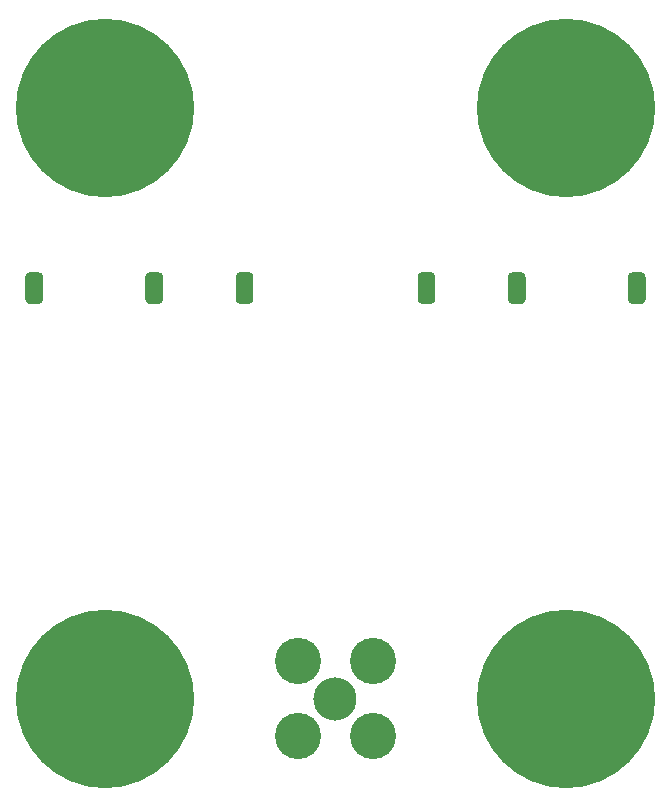
<source format=gbr>
G04 #@! TF.GenerationSoftware,KiCad,Pcbnew,(5.1.8)-1*
G04 #@! TF.CreationDate,2020-12-10T13:26:07-05:00*
G04 #@! TF.ProjectId,dl3000-adapters,646c3330-3030-42d6-9164-617074657273,rev?*
G04 #@! TF.SameCoordinates,Original*
G04 #@! TF.FileFunction,Soldermask,Bot*
G04 #@! TF.FilePolarity,Negative*
%FSLAX46Y46*%
G04 Gerber Fmt 4.6, Leading zero omitted, Abs format (unit mm)*
G04 Created by KiCad (PCBNEW (5.1.8)-1) date 2020-12-10 13:26:07*
%MOMM*%
%LPD*%
G01*
G04 APERTURE LIST*
%ADD10C,3.911600*%
%ADD11C,3.657600*%
%ADD12C,15.101600*%
G04 APERTURE END LIST*
G36*
G01*
X166090800Y-64274600D02*
X166090800Y-66225400D01*
G75*
G02*
X165715400Y-66600800I-375400J0D01*
G01*
X164964600Y-66600800D01*
G75*
G02*
X164589200Y-66225400I0J375400D01*
G01*
X164589200Y-64274600D01*
G75*
G02*
X164964600Y-63899200I375400J0D01*
G01*
X165715400Y-63899200D01*
G75*
G02*
X166090800Y-64274600I0J-375400D01*
G01*
G37*
G36*
G01*
X158450800Y-64274600D02*
X158450800Y-66225400D01*
G75*
G02*
X158075400Y-66600800I-375400J0D01*
G01*
X157324600Y-66600800D01*
G75*
G02*
X156949200Y-66225400I0J375400D01*
G01*
X156949200Y-64274600D01*
G75*
G02*
X157324600Y-63899200I375400J0D01*
G01*
X158075400Y-63899200D01*
G75*
G02*
X158450800Y-64274600I0J-375400D01*
G01*
G37*
G36*
G01*
X176250800Y-64274600D02*
X176250800Y-66225400D01*
G75*
G02*
X175875400Y-66600800I-375400J0D01*
G01*
X175124600Y-66600800D01*
G75*
G02*
X174749200Y-66225400I0J375400D01*
G01*
X174749200Y-64274600D01*
G75*
G02*
X175124600Y-63899200I375400J0D01*
G01*
X175875400Y-63899200D01*
G75*
G02*
X176250800Y-64274600I0J-375400D01*
G01*
G37*
G36*
G01*
X133909200Y-66225400D02*
X133909200Y-64274600D01*
G75*
G02*
X134284600Y-63899200I375400J0D01*
G01*
X135035400Y-63899200D01*
G75*
G02*
X135410800Y-64274600I0J-375400D01*
G01*
X135410800Y-66225400D01*
G75*
G02*
X135035400Y-66600800I-375400J0D01*
G01*
X134284600Y-66600800D01*
G75*
G02*
X133909200Y-66225400I0J375400D01*
G01*
G37*
G36*
G01*
X141549200Y-66225400D02*
X141549200Y-64274600D01*
G75*
G02*
X141924600Y-63899200I375400J0D01*
G01*
X142675400Y-63899200D01*
G75*
G02*
X143050800Y-64274600I0J-375400D01*
G01*
X143050800Y-66225400D01*
G75*
G02*
X142675400Y-66600800I-375400J0D01*
G01*
X141924600Y-66600800D01*
G75*
G02*
X141549200Y-66225400I0J375400D01*
G01*
G37*
G36*
G01*
X123749200Y-66225400D02*
X123749200Y-64274600D01*
G75*
G02*
X124124600Y-63899200I375400J0D01*
G01*
X124875400Y-63899200D01*
G75*
G02*
X125250800Y-64274600I0J-375400D01*
G01*
X125250800Y-66225400D01*
G75*
G02*
X124875400Y-66600800I-375400J0D01*
G01*
X124124600Y-66600800D01*
G75*
G02*
X123749200Y-66225400I0J375400D01*
G01*
G37*
D10*
X146825000Y-96825000D03*
D11*
X150000000Y-100000000D03*
D10*
X153175000Y-96825000D03*
X146825000Y-103175000D03*
X153175000Y-103175000D03*
D12*
X130500000Y-50000000D03*
X169500000Y-50000000D03*
X169500000Y-100000000D03*
X130500000Y-100000000D03*
M02*

</source>
